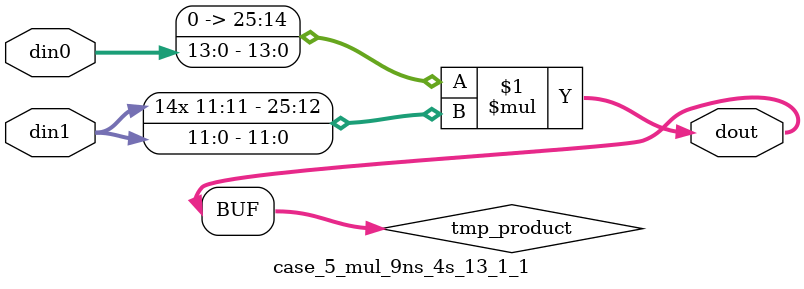
<source format=v>

`timescale 1 ns / 1 ps

 (* use_dsp = "no" *)  module case_5_mul_9ns_4s_13_1_1(din0, din1, dout);
parameter ID = 1;
parameter NUM_STAGE = 0;
parameter din0_WIDTH = 14;
parameter din1_WIDTH = 12;
parameter dout_WIDTH = 26;

input [din0_WIDTH - 1 : 0] din0; 
input [din1_WIDTH - 1 : 0] din1; 
output [dout_WIDTH - 1 : 0] dout;

wire signed [dout_WIDTH - 1 : 0] tmp_product;

























assign tmp_product = $signed({1'b0, din0}) * $signed(din1);










assign dout = tmp_product;





















endmodule

</source>
